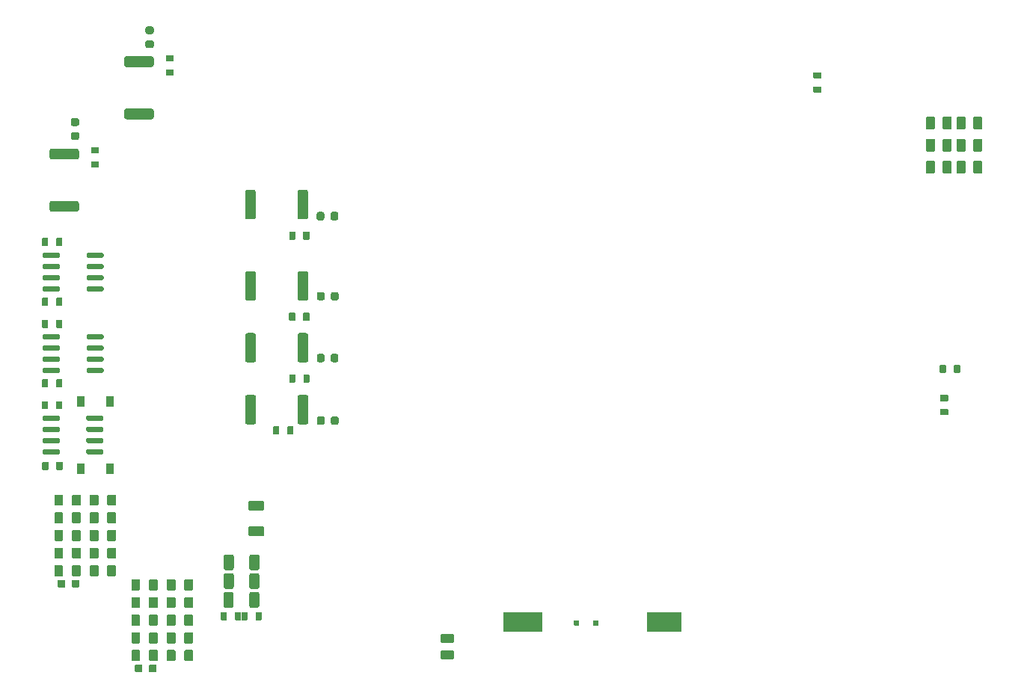
<source format=gbp>
G04 #@! TF.GenerationSoftware,KiCad,Pcbnew,8.0.8-8.0.8-0~ubuntu24.04.1*
G04 #@! TF.CreationDate,2025-02-06T06:50:32+00:00*
G04 #@! TF.ProjectId,MST01,4d535430-312e-46b6-9963-61645f706362,D*
G04 #@! TF.SameCoordinates,PX440a368PY8a86a58*
G04 #@! TF.FileFunction,Paste,Bot*
G04 #@! TF.FilePolarity,Positive*
%FSLAX46Y46*%
G04 Gerber Fmt 4.6, Leading zero omitted, Abs format (unit mm)*
G04 Created by KiCad (PCBNEW 8.0.8-8.0.8-0~ubuntu24.04.1) date 2025-02-06 06:50:32*
%MOMM*%
%LPD*%
G01*
G04 APERTURE LIST*
%ADD10R,4.399991X2.299995*%
%ADD11R,3.999992X2.299995*%
%ADD12O,0.000001X0.000001*%
G04 APERTURE END LIST*
G04 #@! TO.C,R40*
G36*
G01*
X103895022Y64270000D02*
X103895022Y63020000D01*
G75*
G02*
X103795022Y62920000I-100000J0D01*
G01*
X102995022Y62920000D01*
G75*
G02*
X102895022Y63020000I0J100000D01*
G01*
X102895022Y64270000D01*
G75*
G02*
X102995022Y64370000I100000J0D01*
G01*
X103795022Y64370000D01*
G75*
G02*
X103895022Y64270000I0J-100000D01*
G01*
G37*
G36*
G01*
X101995000Y64270000D02*
X101995000Y63020000D01*
G75*
G02*
X101895000Y62920000I-100000J0D01*
G01*
X101095000Y62920000D01*
G75*
G02*
X100995000Y63020000I0J100000D01*
G01*
X100995000Y64270000D01*
G75*
G02*
X101095000Y64370000I100000J0D01*
G01*
X101895000Y64370000D01*
G75*
G02*
X101995000Y64270000I0J-100000D01*
G01*
G37*
G04 #@! TD*
G04 #@! TO.C,C24*
G36*
G01*
X2709999Y11139993D02*
X2709999Y11819993D01*
G75*
G02*
X2794999Y11904993I85000J0D01*
G01*
X3474999Y11904993D01*
G75*
G02*
X3559999Y11819993I0J-85000D01*
G01*
X3559999Y11139993D01*
G75*
G02*
X3474999Y11054993I-85000J0D01*
G01*
X2794999Y11054993D01*
G75*
G02*
X2709999Y11139993I0J85000D01*
G01*
G37*
G36*
G01*
X4290001Y11139993D02*
X4290001Y11819993D01*
G75*
G02*
X4375001Y11904993I85000J0D01*
G01*
X5055001Y11904993D01*
G75*
G02*
X5140001Y11819993I0J-85000D01*
G01*
X5140001Y11139993D01*
G75*
G02*
X5055001Y11054993I-85000J0D01*
G01*
X4375001Y11054993D01*
G75*
G02*
X4290001Y11139993I0J85000D01*
G01*
G37*
G04 #@! TD*
G04 #@! TO.C,R39*
G36*
G01*
X103895022Y61770000D02*
X103895022Y60520000D01*
G75*
G02*
X103795022Y60420000I-100000J0D01*
G01*
X102995022Y60420000D01*
G75*
G02*
X102895022Y60520000I0J100000D01*
G01*
X102895022Y61770000D01*
G75*
G02*
X102995022Y61870000I100000J0D01*
G01*
X103795022Y61870000D01*
G75*
G02*
X103895022Y61770000I0J-100000D01*
G01*
G37*
G36*
G01*
X101995000Y61770000D02*
X101995000Y60520000D01*
G75*
G02*
X101895000Y60420000I-100000J0D01*
G01*
X101095000Y60420000D01*
G75*
G02*
X100995000Y60520000I0J100000D01*
G01*
X100995000Y61770000D01*
G75*
G02*
X101095000Y61870000I100000J0D01*
G01*
X101895000Y61870000D01*
G75*
G02*
X101995000Y61770000I0J-100000D01*
G01*
G37*
G04 #@! TD*
G04 #@! TO.C,C10*
G36*
G01*
X18035000Y11870000D02*
X18035000Y10820000D01*
G75*
G02*
X17935000Y10720000I-100000J0D01*
G01*
X17135000Y10720000D01*
G75*
G02*
X17035000Y10820000I0J100000D01*
G01*
X17035000Y11870000D01*
G75*
G02*
X17135000Y11970000I100000J0D01*
G01*
X17935000Y11970000D01*
G75*
G02*
X18035000Y11870000I0J-100000D01*
G01*
G37*
G36*
G01*
X16035000Y11870000D02*
X16035000Y10820000D01*
G75*
G02*
X15935000Y10720000I-100000J0D01*
G01*
X15135000Y10720000D01*
G75*
G02*
X15035000Y10820000I0J100000D01*
G01*
X15035000Y11870000D01*
G75*
G02*
X15135000Y11970000I100000J0D01*
G01*
X15935000Y11970000D01*
G75*
G02*
X16035000Y11870000I0J-100000D01*
G01*
G37*
G04 #@! TD*
G04 #@! TO.C,R19*
G36*
G01*
X31200000Y51300000D02*
X31200000Y50520000D01*
G75*
G02*
X31130000Y50450000I-70000J0D01*
G01*
X30570000Y50450000D01*
G75*
G02*
X30500000Y50520000I0J70000D01*
G01*
X30500000Y51300000D01*
G75*
G02*
X30570000Y51370000I70000J0D01*
G01*
X31130000Y51370000D01*
G75*
G02*
X31200000Y51300000I0J-70000D01*
G01*
G37*
G36*
G01*
X29600000Y51300000D02*
X29600000Y50520000D01*
G75*
G02*
X29530000Y50450000I-70000J0D01*
G01*
X28970000Y50450000D01*
G75*
G02*
X28900000Y50520000I0J70000D01*
G01*
X28900000Y51300000D01*
G75*
G02*
X28970000Y51370000I70000J0D01*
G01*
X29530000Y51370000D01*
G75*
G02*
X29600000Y51300000I0J-70000D01*
G01*
G37*
G04 #@! TD*
G04 #@! TO.C,D4*
G36*
G01*
X4860000Y24005000D02*
X4860000Y25025000D01*
G75*
G02*
X4950000Y25115000I90000J0D01*
G01*
X5670000Y25115000D01*
G75*
G02*
X5760000Y25025000I0J-90000D01*
G01*
X5760000Y24005000D01*
G75*
G02*
X5670000Y23915000I-90000J0D01*
G01*
X4950000Y23915000D01*
G75*
G02*
X4860000Y24005000I0J90000D01*
G01*
G37*
G36*
G01*
X8160000Y24005000D02*
X8160000Y25025000D01*
G75*
G02*
X8250000Y25115000I90000J0D01*
G01*
X8970000Y25115000D01*
G75*
G02*
X9060000Y25025000I0J-90000D01*
G01*
X9060000Y24005000D01*
G75*
G02*
X8970000Y23915000I-90000J0D01*
G01*
X8250000Y23915000D01*
G75*
G02*
X8160000Y24005000I0J90000D01*
G01*
G37*
G04 #@! TD*
D10*
G04 #@! TO.C,BT1*
X55355048Y7145000D03*
D11*
X71355067Y7145000D03*
G04 #@! TD*
G04 #@! TO.C,R23*
G36*
G01*
X31195000Y42095000D02*
X31195000Y41315000D01*
G75*
G02*
X31125000Y41245000I-70000J0D01*
G01*
X30565000Y41245000D01*
G75*
G02*
X30495000Y41315000I0J70000D01*
G01*
X30495000Y42095000D01*
G75*
G02*
X30565000Y42165000I70000J0D01*
G01*
X31125000Y42165000D01*
G75*
G02*
X31195000Y42095000I0J-70000D01*
G01*
G37*
G36*
G01*
X29595000Y42095000D02*
X29595000Y41315000D01*
G75*
G02*
X29525000Y41245000I-70000J0D01*
G01*
X28965000Y41245000D01*
G75*
G02*
X28895000Y41315000I0J70000D01*
G01*
X28895000Y42095000D01*
G75*
G02*
X28965000Y42165000I70000J0D01*
G01*
X29525000Y42165000D01*
G75*
G02*
X29595000Y42095000I0J-70000D01*
G01*
G37*
G04 #@! TD*
G04 #@! TO.C,R27*
G36*
G01*
X31075000Y39625000D02*
X31075000Y36775000D01*
G75*
G02*
X30825000Y36525000I-250000J0D01*
G01*
X30100000Y36525000D01*
G75*
G02*
X29850000Y36775000I0J250000D01*
G01*
X29850000Y39625000D01*
G75*
G02*
X30100000Y39875000I250000J0D01*
G01*
X30825000Y39875000D01*
G75*
G02*
X31075000Y39625000I0J-250000D01*
G01*
G37*
G36*
G01*
X25150000Y39625000D02*
X25150000Y36775000D01*
G75*
G02*
X24900000Y36525000I-250000J0D01*
G01*
X24175000Y36525000D01*
G75*
G02*
X23925000Y36775000I0J250000D01*
G01*
X23925000Y39625000D01*
G75*
G02*
X24175000Y39875000I250000J0D01*
G01*
X24900000Y39875000D01*
G75*
G02*
X25150000Y39625000I0J-250000D01*
G01*
G37*
G04 #@! TD*
G04 #@! TO.C,C7*
G36*
G01*
X18035000Y5870000D02*
X18035000Y4820000D01*
G75*
G02*
X17935000Y4720000I-100000J0D01*
G01*
X17135000Y4720000D01*
G75*
G02*
X17035000Y4820000I0J100000D01*
G01*
X17035000Y5870000D01*
G75*
G02*
X17135000Y5970000I100000J0D01*
G01*
X17935000Y5970000D01*
G75*
G02*
X18035000Y5870000I0J-100000D01*
G01*
G37*
G36*
G01*
X16035000Y5870000D02*
X16035000Y4820000D01*
G75*
G02*
X15935000Y4720000I-100000J0D01*
G01*
X15135000Y4720000D01*
G75*
G02*
X15035000Y4820000I0J100000D01*
G01*
X15035000Y5870000D01*
G75*
G02*
X15135000Y5970000I100000J0D01*
G01*
X15935000Y5970000D01*
G75*
G02*
X16035000Y5870000I0J-100000D01*
G01*
G37*
G04 #@! TD*
G04 #@! TO.C,F6*
G36*
G01*
X13363750Y72146250D02*
X12851250Y72146250D01*
G75*
G02*
X12632500Y72365000I0J218750D01*
G01*
X12632500Y72802500D01*
G75*
G02*
X12851250Y73021250I218750J0D01*
G01*
X13363750Y73021250D01*
G75*
G02*
X13582500Y72802500I0J-218750D01*
G01*
X13582500Y72365000D01*
G75*
G02*
X13363750Y72146250I-218750J0D01*
G01*
G37*
G36*
G01*
X13363750Y73721250D02*
X12851250Y73721250D01*
G75*
G02*
X12632500Y73940000I0J218750D01*
G01*
X12632500Y74377500D01*
G75*
G02*
X12851250Y74596250I218750J0D01*
G01*
X13363750Y74596250D01*
G75*
G02*
X13582500Y74377500I0J-218750D01*
G01*
X13582500Y73940000D01*
G75*
G02*
X13363750Y73721250I-218750J0D01*
G01*
G37*
G04 #@! TD*
G04 #@! TO.C,R34*
G36*
G01*
X935000Y49785000D02*
X935000Y50565000D01*
G75*
G02*
X1005000Y50635000I70000J0D01*
G01*
X1565000Y50635000D01*
G75*
G02*
X1635000Y50565000I0J-70000D01*
G01*
X1635000Y49785000D01*
G75*
G02*
X1565000Y49715000I-70000J0D01*
G01*
X1005000Y49715000D01*
G75*
G02*
X935000Y49785000I0J70000D01*
G01*
G37*
G36*
G01*
X2535000Y49785000D02*
X2535000Y50565000D01*
G75*
G02*
X2605000Y50635000I70000J0D01*
G01*
X3165000Y50635000D01*
G75*
G02*
X3235000Y50565000I0J-70000D01*
G01*
X3235000Y49785000D01*
G75*
G02*
X3165000Y49715000I-70000J0D01*
G01*
X2605000Y49715000D01*
G75*
G02*
X2535000Y49785000I0J70000D01*
G01*
G37*
G04 #@! TD*
G04 #@! TO.C,R1*
G36*
G01*
X102545000Y35405000D02*
X102545000Y36185000D01*
G75*
G02*
X102615000Y36255000I70000J0D01*
G01*
X103175000Y36255000D01*
G75*
G02*
X103245000Y36185000I0J-70000D01*
G01*
X103245000Y35405000D01*
G75*
G02*
X103175000Y35335000I-70000J0D01*
G01*
X102615000Y35335000D01*
G75*
G02*
X102545000Y35405000I0J70000D01*
G01*
G37*
G36*
G01*
X104145000Y35405000D02*
X104145000Y36185000D01*
G75*
G02*
X104215000Y36255000I70000J0D01*
G01*
X104775000Y36255000D01*
G75*
G02*
X104845000Y36185000I0J-70000D01*
G01*
X104845000Y35405000D01*
G75*
G02*
X104775000Y35335000I-70000J0D01*
G01*
X104215000Y35335000D01*
G75*
G02*
X104145000Y35405000I0J70000D01*
G01*
G37*
G04 #@! TD*
G04 #@! TO.C,F9*
G36*
G01*
X32035000Y36783750D02*
X32035000Y37296250D01*
G75*
G02*
X32253750Y37515000I218750J0D01*
G01*
X32691250Y37515000D01*
G75*
G02*
X32910000Y37296250I0J-218750D01*
G01*
X32910000Y36783750D01*
G75*
G02*
X32691250Y36565000I-218750J0D01*
G01*
X32253750Y36565000D01*
G75*
G02*
X32035000Y36783750I0J218750D01*
G01*
G37*
G36*
G01*
X33610000Y36783750D02*
X33610000Y37296250D01*
G75*
G02*
X33828750Y37515000I218750J0D01*
G01*
X34266250Y37515000D01*
G75*
G02*
X34485000Y37296250I0J-218750D01*
G01*
X34485000Y36783750D01*
G75*
G02*
X34266250Y36565000I-218750J0D01*
G01*
X33828750Y36565000D01*
G75*
G02*
X33610000Y36783750I0J218750D01*
G01*
G37*
G04 #@! TD*
G04 #@! TO.C,C17*
G36*
G01*
X2315000Y18415000D02*
X2315000Y19465000D01*
G75*
G02*
X2415000Y19565000I100000J0D01*
G01*
X3215000Y19565000D01*
G75*
G02*
X3315000Y19465000I0J-100000D01*
G01*
X3315000Y18415000D01*
G75*
G02*
X3215000Y18315000I-100000J0D01*
G01*
X2415000Y18315000D01*
G75*
G02*
X2315000Y18415000I0J100000D01*
G01*
G37*
G36*
G01*
X4315000Y18415000D02*
X4315000Y19465000D01*
G75*
G02*
X4415000Y19565000I100000J0D01*
G01*
X5215000Y19565000D01*
G75*
G02*
X5315000Y19465000I0J-100000D01*
G01*
X5315000Y18415000D01*
G75*
G02*
X5215000Y18315000I-100000J0D01*
G01*
X4415000Y18315000D01*
G75*
G02*
X4315000Y18415000I0J100000D01*
G01*
G37*
G04 #@! TD*
G04 #@! TO.C,C3*
G36*
G01*
X11035000Y6820000D02*
X11035000Y7870000D01*
G75*
G02*
X11135000Y7970000I100000J0D01*
G01*
X11935000Y7970000D01*
G75*
G02*
X12035000Y7870000I0J-100000D01*
G01*
X12035000Y6820000D01*
G75*
G02*
X11935000Y6720000I-100000J0D01*
G01*
X11135000Y6720000D01*
G75*
G02*
X11035000Y6820000I0J100000D01*
G01*
G37*
G36*
G01*
X13035000Y6820000D02*
X13035000Y7870000D01*
G75*
G02*
X13135000Y7970000I100000J0D01*
G01*
X13935000Y7970000D01*
G75*
G02*
X14035000Y7870000I0J-100000D01*
G01*
X14035000Y6820000D01*
G75*
G02*
X13935000Y6720000I-100000J0D01*
G01*
X13135000Y6720000D01*
G75*
G02*
X13035000Y6820000I0J100000D01*
G01*
G37*
G04 #@! TD*
G04 #@! TO.C,C23*
G36*
G01*
X9315000Y21465000D02*
X9315000Y20415000D01*
G75*
G02*
X9215000Y20315000I-100000J0D01*
G01*
X8415000Y20315000D01*
G75*
G02*
X8315000Y20415000I0J100000D01*
G01*
X8315000Y21465000D01*
G75*
G02*
X8415000Y21565000I100000J0D01*
G01*
X9215000Y21565000D01*
G75*
G02*
X9315000Y21465000I0J-100000D01*
G01*
G37*
G36*
G01*
X7315000Y21465000D02*
X7315000Y20415000D01*
G75*
G02*
X7215000Y20315000I-100000J0D01*
G01*
X6415000Y20315000D01*
G75*
G02*
X6315000Y20415000I0J100000D01*
G01*
X6315000Y21465000D01*
G75*
G02*
X6415000Y21565000I100000J0D01*
G01*
X7215000Y21565000D01*
G75*
G02*
X7315000Y21465000I0J-100000D01*
G01*
G37*
G04 #@! TD*
G04 #@! TO.C,C1*
G36*
G01*
X11035000Y2820000D02*
X11035000Y3870000D01*
G75*
G02*
X11135000Y3970000I100000J0D01*
G01*
X11935000Y3970000D01*
G75*
G02*
X12035000Y3870000I0J-100000D01*
G01*
X12035000Y2820000D01*
G75*
G02*
X11935000Y2720000I-100000J0D01*
G01*
X11135000Y2720000D01*
G75*
G02*
X11035000Y2820000I0J100000D01*
G01*
G37*
G36*
G01*
X13035000Y2820000D02*
X13035000Y3870000D01*
G75*
G02*
X13135000Y3970000I100000J0D01*
G01*
X13935000Y3970000D01*
G75*
G02*
X14035000Y3870000I0J-100000D01*
G01*
X14035000Y2820000D01*
G75*
G02*
X13935000Y2720000I-100000J0D01*
G01*
X13135000Y2720000D01*
G75*
G02*
X13035000Y2820000I0J100000D01*
G01*
G37*
G04 #@! TD*
G04 #@! TO.C,U11*
G36*
G01*
X1005000Y44700000D02*
X1005000Y45000000D01*
G75*
G02*
X1155000Y45150000I150000J0D01*
G01*
X2805000Y45150000D01*
G75*
G02*
X2955000Y45000000I0J-150000D01*
G01*
X2955000Y44700000D01*
G75*
G02*
X2805000Y44550000I-150000J0D01*
G01*
X1155000Y44550000D01*
G75*
G02*
X1005000Y44700000I0J150000D01*
G01*
G37*
G36*
G01*
X1005000Y45970000D02*
X1005000Y46270000D01*
G75*
G02*
X1155000Y46420000I150000J0D01*
G01*
X2805000Y46420000D01*
G75*
G02*
X2955000Y46270000I0J-150000D01*
G01*
X2955000Y45970000D01*
G75*
G02*
X2805000Y45820000I-150000J0D01*
G01*
X1155000Y45820000D01*
G75*
G02*
X1005000Y45970000I0J150000D01*
G01*
G37*
G36*
G01*
X1005000Y47240000D02*
X1005000Y47540000D01*
G75*
G02*
X1155000Y47690000I150000J0D01*
G01*
X2805000Y47690000D01*
G75*
G02*
X2955000Y47540000I0J-150000D01*
G01*
X2955000Y47240000D01*
G75*
G02*
X2805000Y47090000I-150000J0D01*
G01*
X1155000Y47090000D01*
G75*
G02*
X1005000Y47240000I0J150000D01*
G01*
G37*
G36*
G01*
X1005000Y48510000D02*
X1005000Y48810000D01*
G75*
G02*
X1155000Y48960000I150000J0D01*
G01*
X2805000Y48960000D01*
G75*
G02*
X2955000Y48810000I0J-150000D01*
G01*
X2955000Y48510000D01*
G75*
G02*
X2805000Y48360000I-150000J0D01*
G01*
X1155000Y48360000D01*
G75*
G02*
X1005000Y48510000I0J150000D01*
G01*
G37*
G36*
G01*
X5955000Y48510000D02*
X5955000Y48810000D01*
G75*
G02*
X6105000Y48960000I150000J0D01*
G01*
X7755000Y48960000D01*
G75*
G02*
X7905000Y48810000I0J-150000D01*
G01*
X7905000Y48510000D01*
G75*
G02*
X7755000Y48360000I-150000J0D01*
G01*
X6105000Y48360000D01*
G75*
G02*
X5955000Y48510000I0J150000D01*
G01*
G37*
G36*
G01*
X5955000Y47240000D02*
X5955000Y47540000D01*
G75*
G02*
X6105000Y47690000I150000J0D01*
G01*
X7755000Y47690000D01*
G75*
G02*
X7905000Y47540000I0J-150000D01*
G01*
X7905000Y47240000D01*
G75*
G02*
X7755000Y47090000I-150000J0D01*
G01*
X6105000Y47090000D01*
G75*
G02*
X5955000Y47240000I0J150000D01*
G01*
G37*
G36*
G01*
X5955000Y45970000D02*
X5955000Y46270000D01*
G75*
G02*
X6105000Y46420000I150000J0D01*
G01*
X7755000Y46420000D01*
G75*
G02*
X7905000Y46270000I0J-150000D01*
G01*
X7905000Y45970000D01*
G75*
G02*
X7755000Y45820000I-150000J0D01*
G01*
X6105000Y45820000D01*
G75*
G02*
X5955000Y45970000I0J150000D01*
G01*
G37*
G36*
G01*
X5955000Y44700000D02*
X5955000Y45000000D01*
G75*
G02*
X6105000Y45150000I150000J0D01*
G01*
X7755000Y45150000D01*
G75*
G02*
X7905000Y45000000I0J-150000D01*
G01*
X7905000Y44700000D01*
G75*
G02*
X7755000Y44550000I-150000J0D01*
G01*
X6105000Y44550000D01*
G75*
G02*
X5955000Y44700000I0J150000D01*
G01*
G37*
G04 #@! TD*
G04 #@! TO.C,F4*
G36*
G01*
X25300010Y8745000D02*
X24610010Y8745000D01*
G75*
G02*
X24380010Y8975000I0J230000D01*
G01*
X24380010Y10315000D01*
G75*
G02*
X24610010Y10545000I230000J0D01*
G01*
X25300010Y10545000D01*
G75*
G02*
X25530010Y10315000I0J-230000D01*
G01*
X25530010Y8975000D01*
G75*
G02*
X25300010Y8745000I-230000J0D01*
G01*
G37*
G36*
G01*
X22399990Y8745000D02*
X21709990Y8745000D01*
G75*
G02*
X21479990Y8975000I0J230000D01*
G01*
X21479990Y10315000D01*
G75*
G02*
X21709990Y10545000I230000J0D01*
G01*
X22399990Y10545000D01*
G75*
G02*
X22629990Y10315000I0J-230000D01*
G01*
X22629990Y8975000D01*
G75*
G02*
X22399990Y8745000I-230000J0D01*
G01*
G37*
G04 #@! TD*
G04 #@! TO.C,R37*
G36*
G01*
X107345022Y64270000D02*
X107345022Y63020000D01*
G75*
G02*
X107245022Y62920000I-100000J0D01*
G01*
X106445022Y62920000D01*
G75*
G02*
X106345022Y63020000I0J100000D01*
G01*
X106345022Y64270000D01*
G75*
G02*
X106445022Y64370000I100000J0D01*
G01*
X107245022Y64370000D01*
G75*
G02*
X107345022Y64270000I0J-100000D01*
G01*
G37*
G36*
G01*
X105445000Y64270000D02*
X105445000Y63020000D01*
G75*
G02*
X105345000Y62920000I-100000J0D01*
G01*
X104545000Y62920000D01*
G75*
G02*
X104445000Y63020000I0J100000D01*
G01*
X104445000Y64270000D01*
G75*
G02*
X104545000Y64370000I100000J0D01*
G01*
X105345000Y64370000D01*
G75*
G02*
X105445000Y64270000I0J-100000D01*
G01*
G37*
G04 #@! TD*
G04 #@! TO.C,R24*
G36*
G01*
X31210000Y35100000D02*
X31210000Y34320000D01*
G75*
G02*
X31140000Y34250000I-70000J0D01*
G01*
X30580000Y34250000D01*
G75*
G02*
X30510000Y34320000I0J70000D01*
G01*
X30510000Y35100000D01*
G75*
G02*
X30580000Y35170000I70000J0D01*
G01*
X31140000Y35170000D01*
G75*
G02*
X31210000Y35100000I0J-70000D01*
G01*
G37*
G36*
G01*
X29610000Y35100000D02*
X29610000Y34320000D01*
G75*
G02*
X29540000Y34250000I-70000J0D01*
G01*
X28980000Y34250000D01*
G75*
G02*
X28910000Y34320000I0J70000D01*
G01*
X28910000Y35100000D01*
G75*
G02*
X28980000Y35170000I70000J0D01*
G01*
X29540000Y35170000D01*
G75*
G02*
X29610000Y35100000I0J-70000D01*
G01*
G37*
G04 #@! TD*
G04 #@! TO.C,C11*
G36*
G01*
X11449999Y1545000D02*
X11449999Y2225000D01*
G75*
G02*
X11534999Y2310000I85000J0D01*
G01*
X12214999Y2310000D01*
G75*
G02*
X12299999Y2225000I0J-85000D01*
G01*
X12299999Y1545000D01*
G75*
G02*
X12214999Y1460000I-85000J0D01*
G01*
X11534999Y1460000D01*
G75*
G02*
X11449999Y1545000I0J85000D01*
G01*
G37*
G36*
G01*
X13030001Y1545000D02*
X13030001Y2225000D01*
G75*
G02*
X13115001Y2310000I85000J0D01*
G01*
X13795001Y2310000D01*
G75*
G02*
X13880001Y2225000I0J-85000D01*
G01*
X13880001Y1545000D01*
G75*
G02*
X13795001Y1460000I-85000J0D01*
G01*
X13115001Y1460000D01*
G75*
G02*
X13030001Y1545000I0J85000D01*
G01*
G37*
G04 #@! TD*
G04 #@! TO.C,C14*
G36*
G01*
X2315000Y12415000D02*
X2315000Y13465000D01*
G75*
G02*
X2415000Y13565000I100000J0D01*
G01*
X3215000Y13565000D01*
G75*
G02*
X3315000Y13465000I0J-100000D01*
G01*
X3315000Y12415000D01*
G75*
G02*
X3215000Y12315000I-100000J0D01*
G01*
X2415000Y12315000D01*
G75*
G02*
X2315000Y12415000I0J100000D01*
G01*
G37*
G36*
G01*
X4315000Y12415000D02*
X4315000Y13465000D01*
G75*
G02*
X4415000Y13565000I100000J0D01*
G01*
X5215000Y13565000D01*
G75*
G02*
X5315000Y13465000I0J-100000D01*
G01*
X5315000Y12415000D01*
G75*
G02*
X5215000Y12315000I-100000J0D01*
G01*
X4415000Y12315000D01*
G75*
G02*
X4315000Y12415000I0J100000D01*
G01*
G37*
G04 #@! TD*
G04 #@! TO.C,C19*
G36*
G01*
X9315000Y13465000D02*
X9315000Y12415000D01*
G75*
G02*
X9215000Y12315000I-100000J0D01*
G01*
X8415000Y12315000D01*
G75*
G02*
X8315000Y12415000I0J100000D01*
G01*
X8315000Y13465000D01*
G75*
G02*
X8415000Y13565000I100000J0D01*
G01*
X9215000Y13565000D01*
G75*
G02*
X9315000Y13465000I0J-100000D01*
G01*
G37*
G36*
G01*
X7315000Y13465000D02*
X7315000Y12415000D01*
G75*
G02*
X7215000Y12315000I-100000J0D01*
G01*
X6415000Y12315000D01*
G75*
G02*
X6315000Y12415000I0J100000D01*
G01*
X6315000Y13465000D01*
G75*
G02*
X6415000Y13565000I100000J0D01*
G01*
X7215000Y13565000D01*
G75*
G02*
X7315000Y13465000I0J-100000D01*
G01*
G37*
G04 #@! TD*
G04 #@! TO.C,R21*
G36*
G01*
X2015000Y60753750D02*
X4865000Y60753750D01*
G75*
G02*
X5115000Y60503750I0J-250000D01*
G01*
X5115000Y59778750D01*
G75*
G02*
X4865000Y59528750I-250000J0D01*
G01*
X2015000Y59528750D01*
G75*
G02*
X1765000Y59778750I0J250000D01*
G01*
X1765000Y60503750D01*
G75*
G02*
X2015000Y60753750I250000J0D01*
G01*
G37*
G36*
G01*
X2015000Y54828750D02*
X4865000Y54828750D01*
G75*
G02*
X5115000Y54578750I0J-250000D01*
G01*
X5115000Y53853750D01*
G75*
G02*
X4865000Y53603750I-250000J0D01*
G01*
X2015000Y53603750D01*
G75*
G02*
X1765000Y53853750I0J250000D01*
G01*
X1765000Y54578750D01*
G75*
G02*
X2015000Y54828750I250000J0D01*
G01*
G37*
G04 #@! TD*
G04 #@! TO.C,C4*
G36*
G01*
X11035000Y8820000D02*
X11035000Y9870000D01*
G75*
G02*
X11135000Y9970000I100000J0D01*
G01*
X11935000Y9970000D01*
G75*
G02*
X12035000Y9870000I0J-100000D01*
G01*
X12035000Y8820000D01*
G75*
G02*
X11935000Y8720000I-100000J0D01*
G01*
X11135000Y8720000D01*
G75*
G02*
X11035000Y8820000I0J100000D01*
G01*
G37*
G36*
G01*
X13035000Y8820000D02*
X13035000Y9870000D01*
G75*
G02*
X13135000Y9970000I100000J0D01*
G01*
X13935000Y9970000D01*
G75*
G02*
X14035000Y9870000I0J-100000D01*
G01*
X14035000Y8820000D01*
G75*
G02*
X13935000Y8720000I-100000J0D01*
G01*
X13135000Y8720000D01*
G75*
G02*
X13035000Y8820000I0J100000D01*
G01*
G37*
G04 #@! TD*
G04 #@! TO.C,F3*
G36*
G01*
X25310010Y10875000D02*
X24620010Y10875000D01*
G75*
G02*
X24390010Y11105000I0J230000D01*
G01*
X24390010Y12445000D01*
G75*
G02*
X24620010Y12675000I230000J0D01*
G01*
X25310010Y12675000D01*
G75*
G02*
X25540010Y12445000I0J-230000D01*
G01*
X25540010Y11105000D01*
G75*
G02*
X25310010Y10875000I-230000J0D01*
G01*
G37*
G36*
G01*
X22409990Y10875000D02*
X21719990Y10875000D01*
G75*
G02*
X21489990Y11105000I0J230000D01*
G01*
X21489990Y12445000D01*
G75*
G02*
X21719990Y12675000I230000J0D01*
G01*
X22409990Y12675000D01*
G75*
G02*
X22639990Y12445000I0J-230000D01*
G01*
X22639990Y11105000D01*
G75*
G02*
X22409990Y10875000I-230000J0D01*
G01*
G37*
G04 #@! TD*
G04 #@! TO.C,D1*
G36*
G01*
X63375000Y7345000D02*
X63855000Y7345000D01*
G75*
G02*
X63915000Y7285000I0J-60000D01*
G01*
X63915000Y6805000D01*
G75*
G02*
X63855000Y6745000I-60000J0D01*
G01*
X63375000Y6745000D01*
G75*
G02*
X63315000Y6805000I0J60000D01*
G01*
X63315000Y7285000D01*
G75*
G02*
X63375000Y7345000I60000J0D01*
G01*
G37*
G36*
G01*
X61175000Y7345000D02*
X61655000Y7345000D01*
G75*
G02*
X61715000Y7285000I0J-60000D01*
G01*
X61715000Y6805000D01*
G75*
G02*
X61655000Y6745000I-60000J0D01*
G01*
X61175000Y6745000D01*
G75*
G02*
X61115000Y6805000I0J60000D01*
G01*
X61115000Y7285000D01*
G75*
G02*
X61175000Y7345000I60000J0D01*
G01*
G37*
G04 #@! TD*
G04 #@! TO.C,F8*
G36*
G01*
X32050000Y43788750D02*
X32050000Y44301250D01*
G75*
G02*
X32268750Y44520000I218750J0D01*
G01*
X32706250Y44520000D01*
G75*
G02*
X32925000Y44301250I0J-218750D01*
G01*
X32925000Y43788750D01*
G75*
G02*
X32706250Y43570000I-218750J0D01*
G01*
X32268750Y43570000D01*
G75*
G02*
X32050000Y43788750I0J218750D01*
G01*
G37*
G36*
G01*
X33625000Y43788750D02*
X33625000Y44301250D01*
G75*
G02*
X33843750Y44520000I218750J0D01*
G01*
X34281250Y44520000D01*
G75*
G02*
X34500000Y44301250I0J-218750D01*
G01*
X34500000Y43788750D01*
G75*
G02*
X34281250Y43570000I-218750J0D01*
G01*
X33843750Y43570000D01*
G75*
G02*
X33625000Y43788750I0J218750D01*
G01*
G37*
G04 #@! TD*
G04 #@! TO.C,R33*
G36*
G01*
X935000Y43005000D02*
X935000Y43785000D01*
G75*
G02*
X1005000Y43855000I70000J0D01*
G01*
X1565000Y43855000D01*
G75*
G02*
X1635000Y43785000I0J-70000D01*
G01*
X1635000Y43005000D01*
G75*
G02*
X1565000Y42935000I-70000J0D01*
G01*
X1005000Y42935000D01*
G75*
G02*
X935000Y43005000I0J70000D01*
G01*
G37*
G36*
G01*
X2535000Y43005000D02*
X2535000Y43785000D01*
G75*
G02*
X2605000Y43855000I70000J0D01*
G01*
X3165000Y43855000D01*
G75*
G02*
X3235000Y43785000I0J-70000D01*
G01*
X3235000Y43005000D01*
G75*
G02*
X3165000Y42935000I-70000J0D01*
G01*
X2605000Y42935000D01*
G75*
G02*
X2535000Y43005000I0J70000D01*
G01*
G37*
G04 #@! TD*
G04 #@! TO.C,C21*
G36*
G01*
X9315000Y17465000D02*
X9315000Y16415000D01*
G75*
G02*
X9215000Y16315000I-100000J0D01*
G01*
X8415000Y16315000D01*
G75*
G02*
X8315000Y16415000I0J100000D01*
G01*
X8315000Y17465000D01*
G75*
G02*
X8415000Y17565000I100000J0D01*
G01*
X9215000Y17565000D01*
G75*
G02*
X9315000Y17465000I0J-100000D01*
G01*
G37*
G36*
G01*
X7315000Y17465000D02*
X7315000Y16415000D01*
G75*
G02*
X7215000Y16315000I-100000J0D01*
G01*
X6415000Y16315000D01*
G75*
G02*
X6315000Y16415000I0J100000D01*
G01*
X6315000Y17465000D01*
G75*
G02*
X6415000Y17565000I100000J0D01*
G01*
X7215000Y17565000D01*
G75*
G02*
X7315000Y17465000I0J-100000D01*
G01*
G37*
G04 #@! TD*
G04 #@! TO.C,R26*
G36*
G01*
X31060000Y46630000D02*
X31060000Y43780000D01*
G75*
G02*
X30810000Y43530000I-250000J0D01*
G01*
X30085000Y43530000D01*
G75*
G02*
X29835000Y43780000I0J250000D01*
G01*
X29835000Y46630000D01*
G75*
G02*
X30085000Y46880000I250000J0D01*
G01*
X30810000Y46880000D01*
G75*
G02*
X31060000Y46630000I0J-250000D01*
G01*
G37*
G36*
G01*
X25135000Y46630000D02*
X25135000Y43780000D01*
G75*
G02*
X24885000Y43530000I-250000J0D01*
G01*
X24160000Y43530000D01*
G75*
G02*
X23910000Y43780000I0J250000D01*
G01*
X23910000Y46630000D01*
G75*
G02*
X24160000Y46880000I250000J0D01*
G01*
X24885000Y46880000D01*
G75*
G02*
X25135000Y46630000I0J-250000D01*
G01*
G37*
G04 #@! TD*
D12*
G04 #@! TO.C,M7*
X93629998Y69982503D03*
G04 #@! TD*
G04 #@! TO.C,U9*
G36*
G01*
X1005000Y35480000D02*
X1005000Y35780000D01*
G75*
G02*
X1155000Y35930000I150000J0D01*
G01*
X2805000Y35930000D01*
G75*
G02*
X2955000Y35780000I0J-150000D01*
G01*
X2955000Y35480000D01*
G75*
G02*
X2805000Y35330000I-150000J0D01*
G01*
X1155000Y35330000D01*
G75*
G02*
X1005000Y35480000I0J150000D01*
G01*
G37*
G36*
G01*
X1005000Y36750000D02*
X1005000Y37050000D01*
G75*
G02*
X1155000Y37200000I150000J0D01*
G01*
X2805000Y37200000D01*
G75*
G02*
X2955000Y37050000I0J-150000D01*
G01*
X2955000Y36750000D01*
G75*
G02*
X2805000Y36600000I-150000J0D01*
G01*
X1155000Y36600000D01*
G75*
G02*
X1005000Y36750000I0J150000D01*
G01*
G37*
G36*
G01*
X1005000Y38020000D02*
X1005000Y38320000D01*
G75*
G02*
X1155000Y38470000I150000J0D01*
G01*
X2805000Y38470000D01*
G75*
G02*
X2955000Y38320000I0J-150000D01*
G01*
X2955000Y38020000D01*
G75*
G02*
X2805000Y37870000I-150000J0D01*
G01*
X1155000Y37870000D01*
G75*
G02*
X1005000Y38020000I0J150000D01*
G01*
G37*
G36*
G01*
X1005000Y39290000D02*
X1005000Y39590000D01*
G75*
G02*
X1155000Y39740000I150000J0D01*
G01*
X2805000Y39740000D01*
G75*
G02*
X2955000Y39590000I0J-150000D01*
G01*
X2955000Y39290000D01*
G75*
G02*
X2805000Y39140000I-150000J0D01*
G01*
X1155000Y39140000D01*
G75*
G02*
X1005000Y39290000I0J150000D01*
G01*
G37*
G36*
G01*
X5955000Y39290000D02*
X5955000Y39590000D01*
G75*
G02*
X6105000Y39740000I150000J0D01*
G01*
X7755000Y39740000D01*
G75*
G02*
X7905000Y39590000I0J-150000D01*
G01*
X7905000Y39290000D01*
G75*
G02*
X7755000Y39140000I-150000J0D01*
G01*
X6105000Y39140000D01*
G75*
G02*
X5955000Y39290000I0J150000D01*
G01*
G37*
G36*
G01*
X5955000Y38020000D02*
X5955000Y38320000D01*
G75*
G02*
X6105000Y38470000I150000J0D01*
G01*
X7755000Y38470000D01*
G75*
G02*
X7905000Y38320000I0J-150000D01*
G01*
X7905000Y38020000D01*
G75*
G02*
X7755000Y37870000I-150000J0D01*
G01*
X6105000Y37870000D01*
G75*
G02*
X5955000Y38020000I0J150000D01*
G01*
G37*
G36*
G01*
X5955000Y36750000D02*
X5955000Y37050000D01*
G75*
G02*
X6105000Y37200000I150000J0D01*
G01*
X7755000Y37200000D01*
G75*
G02*
X7905000Y37050000I0J-150000D01*
G01*
X7905000Y36750000D01*
G75*
G02*
X7755000Y36600000I-150000J0D01*
G01*
X6105000Y36600000D01*
G75*
G02*
X5955000Y36750000I0J150000D01*
G01*
G37*
G36*
G01*
X5955000Y35480000D02*
X5955000Y35780000D01*
G75*
G02*
X6105000Y35930000I150000J0D01*
G01*
X7755000Y35930000D01*
G75*
G02*
X7905000Y35780000I0J-150000D01*
G01*
X7905000Y35480000D01*
G75*
G02*
X7755000Y35330000I-150000J0D01*
G01*
X6105000Y35330000D01*
G75*
G02*
X5955000Y35480000I0J150000D01*
G01*
G37*
G04 #@! TD*
G04 #@! TO.C,R30*
G36*
G01*
X935000Y40525000D02*
X935000Y41305000D01*
G75*
G02*
X1005000Y41375000I70000J0D01*
G01*
X1565000Y41375000D01*
G75*
G02*
X1635000Y41305000I0J-70000D01*
G01*
X1635000Y40525000D01*
G75*
G02*
X1565000Y40455000I-70000J0D01*
G01*
X1005000Y40455000D01*
G75*
G02*
X935000Y40525000I0J70000D01*
G01*
G37*
G36*
G01*
X2535000Y40525000D02*
X2535000Y41305000D01*
G75*
G02*
X2605000Y41375000I70000J0D01*
G01*
X3165000Y41375000D01*
G75*
G02*
X3235000Y41305000I0J-70000D01*
G01*
X3235000Y40525000D01*
G75*
G02*
X3165000Y40455000I-70000J0D01*
G01*
X2605000Y40455000D01*
G75*
G02*
X2535000Y40525000I0J70000D01*
G01*
G37*
G04 #@! TD*
G04 #@! TO.C,C16*
G36*
G01*
X2315000Y16415000D02*
X2315000Y17465000D01*
G75*
G02*
X2415000Y17565000I100000J0D01*
G01*
X3215000Y17565000D01*
G75*
G02*
X3315000Y17465000I0J-100000D01*
G01*
X3315000Y16415000D01*
G75*
G02*
X3215000Y16315000I-100000J0D01*
G01*
X2415000Y16315000D01*
G75*
G02*
X2315000Y16415000I0J100000D01*
G01*
G37*
G36*
G01*
X4315000Y16415000D02*
X4315000Y17465000D01*
G75*
G02*
X4415000Y17565000I100000J0D01*
G01*
X5215000Y17565000D01*
G75*
G02*
X5315000Y17465000I0J-100000D01*
G01*
X5315000Y16415000D01*
G75*
G02*
X5215000Y16315000I-100000J0D01*
G01*
X4415000Y16315000D01*
G75*
G02*
X4315000Y16415000I0J100000D01*
G01*
G37*
G04 #@! TD*
G04 #@! TO.C,C22*
G36*
G01*
X9315000Y19465000D02*
X9315000Y18415000D01*
G75*
G02*
X9215000Y18315000I-100000J0D01*
G01*
X8415000Y18315000D01*
G75*
G02*
X8315000Y18415000I0J100000D01*
G01*
X8315000Y19465000D01*
G75*
G02*
X8415000Y19565000I100000J0D01*
G01*
X9215000Y19565000D01*
G75*
G02*
X9315000Y19465000I0J-100000D01*
G01*
G37*
G36*
G01*
X7315000Y19465000D02*
X7315000Y18415000D01*
G75*
G02*
X7215000Y18315000I-100000J0D01*
G01*
X6415000Y18315000D01*
G75*
G02*
X6315000Y18415000I0J100000D01*
G01*
X6315000Y19465000D01*
G75*
G02*
X6415000Y19565000I100000J0D01*
G01*
X7215000Y19565000D01*
G75*
G02*
X7315000Y19465000I0J-100000D01*
G01*
G37*
G04 #@! TD*
G04 #@! TO.C,R3*
G36*
G01*
X21165000Y7395000D02*
X21165000Y8175000D01*
G75*
G02*
X21235000Y8245000I70000J0D01*
G01*
X21795000Y8245000D01*
G75*
G02*
X21865000Y8175000I0J-70000D01*
G01*
X21865000Y7395000D01*
G75*
G02*
X21795000Y7325000I-70000J0D01*
G01*
X21235000Y7325000D01*
G75*
G02*
X21165000Y7395000I0J70000D01*
G01*
G37*
G36*
G01*
X22765000Y7395000D02*
X22765000Y8175000D01*
G75*
G02*
X22835000Y8245000I70000J0D01*
G01*
X23395000Y8245000D01*
G75*
G02*
X23465000Y8175000I0J-70000D01*
G01*
X23465000Y7395000D01*
G75*
G02*
X23395000Y7325000I-70000J0D01*
G01*
X22835000Y7325000D01*
G75*
G02*
X22765000Y7395000I0J70000D01*
G01*
G37*
G04 #@! TD*
G04 #@! TO.C,R35*
G36*
G01*
X107345022Y59270000D02*
X107345022Y58020000D01*
G75*
G02*
X107245022Y57920000I-100000J0D01*
G01*
X106445022Y57920000D01*
G75*
G02*
X106345022Y58020000I0J100000D01*
G01*
X106345022Y59270000D01*
G75*
G02*
X106445022Y59370000I100000J0D01*
G01*
X107245022Y59370000D01*
G75*
G02*
X107345022Y59270000I0J-100000D01*
G01*
G37*
G36*
G01*
X105445000Y59270000D02*
X105445000Y58020000D01*
G75*
G02*
X105345000Y57920000I-100000J0D01*
G01*
X104545000Y57920000D01*
G75*
G02*
X104445000Y58020000I0J100000D01*
G01*
X104445000Y59270000D01*
G75*
G02*
X104545000Y59370000I100000J0D01*
G01*
X105345000Y59370000D01*
G75*
G02*
X105445000Y59270000I0J-100000D01*
G01*
G37*
G04 #@! TD*
G04 #@! TO.C,R13*
G36*
G01*
X935000Y31305000D02*
X935000Y32085000D01*
G75*
G02*
X1005000Y32155000I70000J0D01*
G01*
X1565000Y32155000D01*
G75*
G02*
X1635000Y32085000I0J-70000D01*
G01*
X1635000Y31305000D01*
G75*
G02*
X1565000Y31235000I-70000J0D01*
G01*
X1005000Y31235000D01*
G75*
G02*
X935000Y31305000I0J70000D01*
G01*
G37*
G36*
G01*
X2535000Y31305000D02*
X2535000Y32085000D01*
G75*
G02*
X2605000Y32155000I70000J0D01*
G01*
X3165000Y32155000D01*
G75*
G02*
X3235000Y32085000I0J-70000D01*
G01*
X3235000Y31305000D01*
G75*
G02*
X3165000Y31235000I-70000J0D01*
G01*
X2605000Y31235000D01*
G75*
G02*
X2535000Y31305000I0J70000D01*
G01*
G37*
G04 #@! TD*
G04 #@! TO.C,F1*
G36*
G01*
X24285000Y17069990D02*
X24285000Y17759990D01*
G75*
G02*
X24515000Y17989990I230000J0D01*
G01*
X25855000Y17989990D01*
G75*
G02*
X26085000Y17759990I0J-230000D01*
G01*
X26085000Y17069990D01*
G75*
G02*
X25855000Y16839990I-230000J0D01*
G01*
X24515000Y16839990D01*
G75*
G02*
X24285000Y17069990I0J230000D01*
G01*
G37*
G36*
G01*
X24285000Y19970010D02*
X24285000Y20660010D01*
G75*
G02*
X24515000Y20890010I230000J0D01*
G01*
X25855000Y20890010D01*
G75*
G02*
X26085000Y20660010I0J-230000D01*
G01*
X26085000Y19970010D01*
G75*
G02*
X25855000Y19740010I-230000J0D01*
G01*
X24515000Y19740010D01*
G75*
G02*
X24285000Y19970010I0J230000D01*
G01*
G37*
G04 #@! TD*
G04 #@! TO.C,R17*
G36*
G01*
X15007500Y71321250D02*
X15787500Y71321250D01*
G75*
G02*
X15857500Y71251250I0J-70000D01*
G01*
X15857500Y70691250D01*
G75*
G02*
X15787500Y70621250I-70000J0D01*
G01*
X15007500Y70621250D01*
G75*
G02*
X14937500Y70691250I0J70000D01*
G01*
X14937500Y71251250D01*
G75*
G02*
X15007500Y71321250I70000J0D01*
G01*
G37*
G36*
G01*
X15007500Y69721250D02*
X15787500Y69721250D01*
G75*
G02*
X15857500Y69651250I0J-70000D01*
G01*
X15857500Y69091250D01*
G75*
G02*
X15787500Y69021250I-70000J0D01*
G01*
X15007500Y69021250D01*
G75*
G02*
X14937500Y69091250I0J70000D01*
G01*
X14937500Y69651250D01*
G75*
G02*
X15007500Y69721250I70000J0D01*
G01*
G37*
G04 #@! TD*
G04 #@! TO.C,R4*
G36*
G01*
X47430000Y2904999D02*
X46180000Y2904999D01*
G75*
G02*
X46080000Y3004999I0J100000D01*
G01*
X46080000Y3804999D01*
G75*
G02*
X46180000Y3904999I100000J0D01*
G01*
X47430000Y3904999D01*
G75*
G02*
X47530000Y3804999I0J-100000D01*
G01*
X47530000Y3004999D01*
G75*
G02*
X47430000Y2904999I-100000J0D01*
G01*
G37*
G36*
G01*
X47430000Y4805021D02*
X46180000Y4805021D01*
G75*
G02*
X46080000Y4905021I0J100000D01*
G01*
X46080000Y5705021D01*
G75*
G02*
X46180000Y5805021I100000J0D01*
G01*
X47430000Y5805021D01*
G75*
G02*
X47530000Y5705021I0J-100000D01*
G01*
X47530000Y4905021D01*
G75*
G02*
X47430000Y4805021I-100000J0D01*
G01*
G37*
G04 #@! TD*
G04 #@! TO.C,R38*
G36*
G01*
X103895022Y59270000D02*
X103895022Y58020000D01*
G75*
G02*
X103795022Y57920000I-100000J0D01*
G01*
X102995022Y57920000D01*
G75*
G02*
X102895022Y58020000I0J100000D01*
G01*
X102895022Y59270000D01*
G75*
G02*
X102995022Y59370000I100000J0D01*
G01*
X103795022Y59370000D01*
G75*
G02*
X103895022Y59270000I0J-100000D01*
G01*
G37*
G36*
G01*
X101995000Y59270000D02*
X101995000Y58020000D01*
G75*
G02*
X101895000Y57920000I-100000J0D01*
G01*
X101095000Y57920000D01*
G75*
G02*
X100995000Y58020000I0J100000D01*
G01*
X100995000Y59270000D01*
G75*
G02*
X101095000Y59370000I100000J0D01*
G01*
X101895000Y59370000D01*
G75*
G02*
X101995000Y59270000I0J-100000D01*
G01*
G37*
G04 #@! TD*
G04 #@! TO.C,F7*
G36*
G01*
X32015000Y52853750D02*
X32015000Y53366250D01*
G75*
G02*
X32233750Y53585000I218750J0D01*
G01*
X32671250Y53585000D01*
G75*
G02*
X32890000Y53366250I0J-218750D01*
G01*
X32890000Y52853750D01*
G75*
G02*
X32671250Y52635000I-218750J0D01*
G01*
X32233750Y52635000D01*
G75*
G02*
X32015000Y52853750I0J218750D01*
G01*
G37*
G36*
G01*
X33590000Y52853750D02*
X33590000Y53366250D01*
G75*
G02*
X33808750Y53585000I218750J0D01*
G01*
X34246250Y53585000D01*
G75*
G02*
X34465000Y53366250I0J-218750D01*
G01*
X34465000Y52853750D01*
G75*
G02*
X34246250Y52635000I-218750J0D01*
G01*
X33808750Y52635000D01*
G75*
G02*
X33590000Y52853750I0J218750D01*
G01*
G37*
G04 #@! TD*
G04 #@! TO.C,R36*
G36*
G01*
X107345022Y61770000D02*
X107345022Y60520000D01*
G75*
G02*
X107245022Y60420000I-100000J0D01*
G01*
X106445022Y60420000D01*
G75*
G02*
X106345022Y60520000I0J100000D01*
G01*
X106345022Y61770000D01*
G75*
G02*
X106445022Y61870000I100000J0D01*
G01*
X107245022Y61870000D01*
G75*
G02*
X107345022Y61770000I0J-100000D01*
G01*
G37*
G36*
G01*
X105445000Y61770000D02*
X105445000Y60520000D01*
G75*
G02*
X105345000Y60420000I-100000J0D01*
G01*
X104545000Y60420000D01*
G75*
G02*
X104445000Y60520000I0J100000D01*
G01*
X104445000Y61770000D01*
G75*
G02*
X104545000Y61870000I100000J0D01*
G01*
X105345000Y61870000D01*
G75*
G02*
X105445000Y61770000I0J-100000D01*
G01*
G37*
G04 #@! TD*
G04 #@! TO.C,C5*
G36*
G01*
X11035000Y10820000D02*
X11035000Y11870000D01*
G75*
G02*
X11135000Y11970000I100000J0D01*
G01*
X11935000Y11970000D01*
G75*
G02*
X12035000Y11870000I0J-100000D01*
G01*
X12035000Y10820000D01*
G75*
G02*
X11935000Y10720000I-100000J0D01*
G01*
X11135000Y10720000D01*
G75*
G02*
X11035000Y10820000I0J100000D01*
G01*
G37*
G36*
G01*
X13035000Y10820000D02*
X13035000Y11870000D01*
G75*
G02*
X13135000Y11970000I100000J0D01*
G01*
X13935000Y11970000D01*
G75*
G02*
X14035000Y11870000I0J-100000D01*
G01*
X14035000Y10820000D01*
G75*
G02*
X13935000Y10720000I-100000J0D01*
G01*
X13135000Y10720000D01*
G75*
G02*
X13035000Y10820000I0J100000D01*
G01*
G37*
G04 #@! TD*
G04 #@! TO.C,F5*
G36*
G01*
X4918750Y61743750D02*
X4406250Y61743750D01*
G75*
G02*
X4187500Y61962500I0J218750D01*
G01*
X4187500Y62400000D01*
G75*
G02*
X4406250Y62618750I218750J0D01*
G01*
X4918750Y62618750D01*
G75*
G02*
X5137500Y62400000I0J-218750D01*
G01*
X5137500Y61962500D01*
G75*
G02*
X4918750Y61743750I-218750J0D01*
G01*
G37*
G36*
G01*
X4918750Y63318750D02*
X4406250Y63318750D01*
G75*
G02*
X4187500Y63537500I0J218750D01*
G01*
X4187500Y63975000D01*
G75*
G02*
X4406250Y64193750I218750J0D01*
G01*
X4918750Y64193750D01*
G75*
G02*
X5137500Y63975000I0J-218750D01*
G01*
X5137500Y63537500D01*
G75*
G02*
X4918750Y63318750I-218750J0D01*
G01*
G37*
G04 #@! TD*
G04 #@! TO.C,R29*
G36*
G01*
X935000Y33775000D02*
X935000Y34555000D01*
G75*
G02*
X1005000Y34625000I70000J0D01*
G01*
X1565000Y34625000D01*
G75*
G02*
X1635000Y34555000I0J-70000D01*
G01*
X1635000Y33775000D01*
G75*
G02*
X1565000Y33705000I-70000J0D01*
G01*
X1005000Y33705000D01*
G75*
G02*
X935000Y33775000I0J70000D01*
G01*
G37*
G36*
G01*
X2535000Y33775000D02*
X2535000Y34555000D01*
G75*
G02*
X2605000Y34625000I70000J0D01*
G01*
X3165000Y34625000D01*
G75*
G02*
X3235000Y34555000I0J-70000D01*
G01*
X3235000Y33775000D01*
G75*
G02*
X3165000Y33705000I-70000J0D01*
G01*
X2605000Y33705000D01*
G75*
G02*
X2535000Y33775000I0J70000D01*
G01*
G37*
G04 #@! TD*
G04 #@! TO.C,R18*
G36*
G01*
X6540000Y60928750D02*
X7320000Y60928750D01*
G75*
G02*
X7390000Y60858750I0J-70000D01*
G01*
X7390000Y60298750D01*
G75*
G02*
X7320000Y60228750I-70000J0D01*
G01*
X6540000Y60228750D01*
G75*
G02*
X6470000Y60298750I0J70000D01*
G01*
X6470000Y60858750D01*
G75*
G02*
X6540000Y60928750I70000J0D01*
G01*
G37*
G36*
G01*
X6540000Y59328750D02*
X7320000Y59328750D01*
G75*
G02*
X7390000Y59258750I0J-70000D01*
G01*
X7390000Y58698750D01*
G75*
G02*
X7320000Y58628750I-70000J0D01*
G01*
X6540000Y58628750D01*
G75*
G02*
X6470000Y58698750I0J70000D01*
G01*
X6470000Y59258750D01*
G75*
G02*
X6540000Y59328750I70000J0D01*
G01*
G37*
G04 #@! TD*
G04 #@! TO.C,C15*
G36*
G01*
X2315000Y14415000D02*
X2315000Y15465000D01*
G75*
G02*
X2415000Y15565000I100000J0D01*
G01*
X3215000Y15565000D01*
G75*
G02*
X3315000Y15465000I0J-100000D01*
G01*
X3315000Y14415000D01*
G75*
G02*
X3215000Y14315000I-100000J0D01*
G01*
X2415000Y14315000D01*
G75*
G02*
X2315000Y14415000I0J100000D01*
G01*
G37*
G36*
G01*
X4315000Y14415000D02*
X4315000Y15465000D01*
G75*
G02*
X4415000Y15565000I100000J0D01*
G01*
X5215000Y15565000D01*
G75*
G02*
X5315000Y15465000I0J-100000D01*
G01*
X5315000Y14415000D01*
G75*
G02*
X5215000Y14315000I-100000J0D01*
G01*
X4415000Y14315000D01*
G75*
G02*
X4315000Y14415000I0J100000D01*
G01*
G37*
G04 #@! TD*
G04 #@! TO.C,R20*
G36*
G01*
X10482500Y71216250D02*
X13332500Y71216250D01*
G75*
G02*
X13582500Y70966250I0J-250000D01*
G01*
X13582500Y70241250D01*
G75*
G02*
X13332500Y69991250I-250000J0D01*
G01*
X10482500Y69991250D01*
G75*
G02*
X10232500Y70241250I0J250000D01*
G01*
X10232500Y70966250D01*
G75*
G02*
X10482500Y71216250I250000J0D01*
G01*
G37*
G36*
G01*
X10482500Y65291250D02*
X13332500Y65291250D01*
G75*
G02*
X13582500Y65041250I0J-250000D01*
G01*
X13582500Y64316250D01*
G75*
G02*
X13332500Y64066250I-250000J0D01*
G01*
X10482500Y64066250D01*
G75*
G02*
X10232500Y64316250I0J250000D01*
G01*
X10232500Y65041250D01*
G75*
G02*
X10482500Y65291250I250000J0D01*
G01*
G37*
G04 #@! TD*
G04 #@! TO.C,C8*
G36*
G01*
X18035000Y7870000D02*
X18035000Y6820000D01*
G75*
G02*
X17935000Y6720000I-100000J0D01*
G01*
X17135000Y6720000D01*
G75*
G02*
X17035000Y6820000I0J100000D01*
G01*
X17035000Y7870000D01*
G75*
G02*
X17135000Y7970000I100000J0D01*
G01*
X17935000Y7970000D01*
G75*
G02*
X18035000Y7870000I0J-100000D01*
G01*
G37*
G36*
G01*
X16035000Y7870000D02*
X16035000Y6820000D01*
G75*
G02*
X15935000Y6720000I-100000J0D01*
G01*
X15135000Y6720000D01*
G75*
G02*
X15035000Y6820000I0J100000D01*
G01*
X15035000Y7870000D01*
G75*
G02*
X15135000Y7970000I100000J0D01*
G01*
X15935000Y7970000D01*
G75*
G02*
X16035000Y7870000I0J-100000D01*
G01*
G37*
G04 #@! TD*
G04 #@! TO.C,R22*
G36*
G01*
X31055000Y55845000D02*
X31055000Y52995000D01*
G75*
G02*
X30805000Y52745000I-250000J0D01*
G01*
X30080000Y52745000D01*
G75*
G02*
X29830000Y52995000I0J250000D01*
G01*
X29830000Y55845000D01*
G75*
G02*
X30080000Y56095000I250000J0D01*
G01*
X30805000Y56095000D01*
G75*
G02*
X31055000Y55845000I0J-250000D01*
G01*
G37*
G36*
G01*
X25130000Y55845000D02*
X25130000Y52995000D01*
G75*
G02*
X24880000Y52745000I-250000J0D01*
G01*
X24155000Y52745000D01*
G75*
G02*
X23905000Y52995000I0J250000D01*
G01*
X23905000Y55845000D01*
G75*
G02*
X24155000Y56095000I250000J0D01*
G01*
X24880000Y56095000D01*
G75*
G02*
X25130000Y55845000I0J-250000D01*
G01*
G37*
G04 #@! TD*
G04 #@! TO.C,C9*
G36*
G01*
X18035000Y9870000D02*
X18035000Y8820000D01*
G75*
G02*
X17935000Y8720000I-100000J0D01*
G01*
X17135000Y8720000D01*
G75*
G02*
X17035000Y8820000I0J100000D01*
G01*
X17035000Y9870000D01*
G75*
G02*
X17135000Y9970000I100000J0D01*
G01*
X17935000Y9970000D01*
G75*
G02*
X18035000Y9870000I0J-100000D01*
G01*
G37*
G36*
G01*
X16035000Y9870000D02*
X16035000Y8820000D01*
G75*
G02*
X15935000Y8720000I-100000J0D01*
G01*
X15135000Y8720000D01*
G75*
G02*
X15035000Y8820000I0J100000D01*
G01*
X15035000Y9870000D01*
G75*
G02*
X15135000Y9970000I100000J0D01*
G01*
X15935000Y9970000D01*
G75*
G02*
X16035000Y9870000I0J-100000D01*
G01*
G37*
G04 #@! TD*
G04 #@! TO.C,C6*
G36*
G01*
X18035000Y3870000D02*
X18035000Y2820000D01*
G75*
G02*
X17935000Y2720000I-100000J0D01*
G01*
X17135000Y2720000D01*
G75*
G02*
X17035000Y2820000I0J100000D01*
G01*
X17035000Y3870000D01*
G75*
G02*
X17135000Y3970000I100000J0D01*
G01*
X17935000Y3970000D01*
G75*
G02*
X18035000Y3870000I0J-100000D01*
G01*
G37*
G36*
G01*
X16035000Y3870000D02*
X16035000Y2820000D01*
G75*
G02*
X15935000Y2720000I-100000J0D01*
G01*
X15135000Y2720000D01*
G75*
G02*
X15035000Y2820000I0J100000D01*
G01*
X15035000Y3870000D01*
G75*
G02*
X15135000Y3970000I100000J0D01*
G01*
X15935000Y3970000D01*
G75*
G02*
X16035000Y3870000I0J-100000D01*
G01*
G37*
G04 #@! TD*
G04 #@! TO.C,F2*
G36*
G01*
X21719990Y14805000D02*
X22409990Y14805000D01*
G75*
G02*
X22639990Y14575000I0J-230000D01*
G01*
X22639990Y13235000D01*
G75*
G02*
X22409990Y13005000I-230000J0D01*
G01*
X21719990Y13005000D01*
G75*
G02*
X21489990Y13235000I0J230000D01*
G01*
X21489990Y14575000D01*
G75*
G02*
X21719990Y14805000I230000J0D01*
G01*
G37*
G36*
G01*
X24620010Y14805000D02*
X25310010Y14805000D01*
G75*
G02*
X25540010Y14575000I0J-230000D01*
G01*
X25540010Y13235000D01*
G75*
G02*
X25310010Y13005000I-230000J0D01*
G01*
X24620010Y13005000D01*
G75*
G02*
X24390010Y13235000I0J230000D01*
G01*
X24390010Y14575000D01*
G75*
G02*
X24620010Y14805000I230000J0D01*
G01*
G37*
G04 #@! TD*
G04 #@! TO.C,D5*
G36*
G01*
X4855000Y31615000D02*
X4855000Y32635000D01*
G75*
G02*
X4945000Y32725000I90000J0D01*
G01*
X5665000Y32725000D01*
G75*
G02*
X5755000Y32635000I0J-90000D01*
G01*
X5755000Y31615000D01*
G75*
G02*
X5665000Y31525000I-90000J0D01*
G01*
X4945000Y31525000D01*
G75*
G02*
X4855000Y31615000I0J90000D01*
G01*
G37*
G36*
G01*
X8155000Y31615000D02*
X8155000Y32635000D01*
G75*
G02*
X8245000Y32725000I90000J0D01*
G01*
X8965000Y32725000D01*
G75*
G02*
X9055000Y32635000I0J-90000D01*
G01*
X9055000Y31615000D01*
G75*
G02*
X8965000Y31525000I-90000J0D01*
G01*
X8245000Y31525000D01*
G75*
G02*
X8155000Y31615000I0J90000D01*
G01*
G37*
G04 #@! TD*
G04 #@! TO.C,C2*
G36*
G01*
X11035000Y4820000D02*
X11035000Y5870000D01*
G75*
G02*
X11135000Y5970000I100000J0D01*
G01*
X11935000Y5970000D01*
G75*
G02*
X12035000Y5870000I0J-100000D01*
G01*
X12035000Y4820000D01*
G75*
G02*
X11935000Y4720000I-100000J0D01*
G01*
X11135000Y4720000D01*
G75*
G02*
X11035000Y4820000I0J100000D01*
G01*
G37*
G36*
G01*
X13035000Y4820000D02*
X13035000Y5870000D01*
G75*
G02*
X13135000Y5970000I100000J0D01*
G01*
X13935000Y5970000D01*
G75*
G02*
X14035000Y5870000I0J-100000D01*
G01*
X14035000Y4820000D01*
G75*
G02*
X13935000Y4720000I-100000J0D01*
G01*
X13135000Y4720000D01*
G75*
G02*
X13035000Y4820000I0J100000D01*
G01*
G37*
G04 #@! TD*
G04 #@! TO.C,C18*
G36*
G01*
X2315000Y20415000D02*
X2315000Y21465000D01*
G75*
G02*
X2415000Y21565000I100000J0D01*
G01*
X3215000Y21565000D01*
G75*
G02*
X3315000Y21465000I0J-100000D01*
G01*
X3315000Y20415000D01*
G75*
G02*
X3215000Y20315000I-100000J0D01*
G01*
X2415000Y20315000D01*
G75*
G02*
X2315000Y20415000I0J100000D01*
G01*
G37*
G36*
G01*
X4315000Y20415000D02*
X4315000Y21465000D01*
G75*
G02*
X4415000Y21565000I100000J0D01*
G01*
X5215000Y21565000D01*
G75*
G02*
X5315000Y21465000I0J-100000D01*
G01*
X5315000Y20415000D01*
G75*
G02*
X5215000Y20315000I-100000J0D01*
G01*
X4415000Y20315000D01*
G75*
G02*
X4315000Y20415000I0J100000D01*
G01*
G37*
G04 #@! TD*
G04 #@! TO.C,R12*
G36*
G01*
X955000Y24435000D02*
X955000Y25215000D01*
G75*
G02*
X1025000Y25285000I70000J0D01*
G01*
X1585000Y25285000D01*
G75*
G02*
X1655000Y25215000I0J-70000D01*
G01*
X1655000Y24435000D01*
G75*
G02*
X1585000Y24365000I-70000J0D01*
G01*
X1025000Y24365000D01*
G75*
G02*
X955000Y24435000I0J70000D01*
G01*
G37*
G36*
G01*
X2555000Y24435000D02*
X2555000Y25215000D01*
G75*
G02*
X2625000Y25285000I70000J0D01*
G01*
X3185000Y25285000D01*
G75*
G02*
X3255000Y25215000I0J-70000D01*
G01*
X3255000Y24435000D01*
G75*
G02*
X3185000Y24365000I-70000J0D01*
G01*
X2625000Y24365000D01*
G75*
G02*
X2555000Y24435000I0J70000D01*
G01*
G37*
G04 #@! TD*
G04 #@! TO.C,C20*
G36*
G01*
X9315000Y15465000D02*
X9315000Y14415000D01*
G75*
G02*
X9215000Y14315000I-100000J0D01*
G01*
X8415000Y14315000D01*
G75*
G02*
X8315000Y14415000I0J100000D01*
G01*
X8315000Y15465000D01*
G75*
G02*
X8415000Y15565000I100000J0D01*
G01*
X9215000Y15565000D01*
G75*
G02*
X9315000Y15465000I0J-100000D01*
G01*
G37*
G36*
G01*
X7315000Y15465000D02*
X7315000Y14415000D01*
G75*
G02*
X7215000Y14315000I-100000J0D01*
G01*
X6415000Y14315000D01*
G75*
G02*
X6315000Y14415000I0J100000D01*
G01*
X6315000Y15465000D01*
G75*
G02*
X6415000Y15565000I100000J0D01*
G01*
X7215000Y15565000D01*
G75*
G02*
X7315000Y15465000I0J-100000D01*
G01*
G37*
G04 #@! TD*
G04 #@! TO.C,F10*
G36*
G01*
X32045000Y29693750D02*
X32045000Y30206250D01*
G75*
G02*
X32263750Y30425000I218750J0D01*
G01*
X32701250Y30425000D01*
G75*
G02*
X32920000Y30206250I0J-218750D01*
G01*
X32920000Y29693750D01*
G75*
G02*
X32701250Y29475000I-218750J0D01*
G01*
X32263750Y29475000D01*
G75*
G02*
X32045000Y29693750I0J218750D01*
G01*
G37*
G36*
G01*
X33620000Y29693750D02*
X33620000Y30206250D01*
G75*
G02*
X33838750Y30425000I218750J0D01*
G01*
X34276250Y30425000D01*
G75*
G02*
X34495000Y30206250I0J-218750D01*
G01*
X34495000Y29693750D01*
G75*
G02*
X34276250Y29475000I-218750J0D01*
G01*
X33838750Y29475000D01*
G75*
G02*
X33620000Y29693750I0J218750D01*
G01*
G37*
G04 #@! TD*
G04 #@! TO.C,R5*
G36*
G01*
X103425000Y30555000D02*
X102645000Y30555000D01*
G75*
G02*
X102575000Y30625000I0J70000D01*
G01*
X102575000Y31185000D01*
G75*
G02*
X102645000Y31255000I70000J0D01*
G01*
X103425000Y31255000D01*
G75*
G02*
X103495000Y31185000I0J-70000D01*
G01*
X103495000Y30625000D01*
G75*
G02*
X103425000Y30555000I-70000J0D01*
G01*
G37*
G36*
G01*
X103425000Y32155000D02*
X102645000Y32155000D01*
G75*
G02*
X102575000Y32225000I0J70000D01*
G01*
X102575000Y32785000D01*
G75*
G02*
X102645000Y32855000I70000J0D01*
G01*
X103425000Y32855000D01*
G75*
G02*
X103495000Y32785000I0J-70000D01*
G01*
X103495000Y32225000D01*
G75*
G02*
X103425000Y32155000I-70000J0D01*
G01*
G37*
G04 #@! TD*
G04 #@! TO.C,R6*
G36*
G01*
X88295000Y69395000D02*
X89075000Y69395000D01*
G75*
G02*
X89145000Y69325000I0J-70000D01*
G01*
X89145000Y68765000D01*
G75*
G02*
X89075000Y68695000I-70000J0D01*
G01*
X88295000Y68695000D01*
G75*
G02*
X88225000Y68765000I0J70000D01*
G01*
X88225000Y69325000D01*
G75*
G02*
X88295000Y69395000I70000J0D01*
G01*
G37*
G36*
G01*
X88295000Y67795000D02*
X89075000Y67795000D01*
G75*
G02*
X89145000Y67725000I0J-70000D01*
G01*
X89145000Y67165000D01*
G75*
G02*
X89075000Y67095000I-70000J0D01*
G01*
X88295000Y67095000D01*
G75*
G02*
X88225000Y67165000I0J70000D01*
G01*
X88225000Y67725000D01*
G75*
G02*
X88295000Y67795000I70000J0D01*
G01*
G37*
G04 #@! TD*
G04 #@! TO.C,R28*
G36*
G01*
X31075000Y32615000D02*
X31075000Y29765000D01*
G75*
G02*
X30825000Y29515000I-250000J0D01*
G01*
X30100000Y29515000D01*
G75*
G02*
X29850000Y29765000I0J250000D01*
G01*
X29850000Y32615000D01*
G75*
G02*
X30100000Y32865000I250000J0D01*
G01*
X30825000Y32865000D01*
G75*
G02*
X31075000Y32615000I0J-250000D01*
G01*
G37*
G36*
G01*
X25150000Y32615000D02*
X25150000Y29765000D01*
G75*
G02*
X24900000Y29515000I-250000J0D01*
G01*
X24175000Y29515000D01*
G75*
G02*
X23925000Y29765000I0J250000D01*
G01*
X23925000Y32615000D01*
G75*
G02*
X24175000Y32865000I250000J0D01*
G01*
X24900000Y32865000D01*
G75*
G02*
X25150000Y32615000I0J-250000D01*
G01*
G37*
G04 #@! TD*
G04 #@! TO.C,R2*
G36*
G01*
X23495000Y7395000D02*
X23495000Y8175000D01*
G75*
G02*
X23565000Y8245000I70000J0D01*
G01*
X24125000Y8245000D01*
G75*
G02*
X24195000Y8175000I0J-70000D01*
G01*
X24195000Y7395000D01*
G75*
G02*
X24125000Y7325000I-70000J0D01*
G01*
X23565000Y7325000D01*
G75*
G02*
X23495000Y7395000I0J70000D01*
G01*
G37*
G36*
G01*
X25095000Y7395000D02*
X25095000Y8175000D01*
G75*
G02*
X25165000Y8245000I70000J0D01*
G01*
X25725000Y8245000D01*
G75*
G02*
X25795000Y8175000I0J-70000D01*
G01*
X25795000Y7395000D01*
G75*
G02*
X25725000Y7325000I-70000J0D01*
G01*
X25165000Y7325000D01*
G75*
G02*
X25095000Y7395000I0J70000D01*
G01*
G37*
G04 #@! TD*
G04 #@! TO.C,R25*
G36*
G01*
X29385000Y29225000D02*
X29385000Y28445000D01*
G75*
G02*
X29315000Y28375000I-70000J0D01*
G01*
X28755000Y28375000D01*
G75*
G02*
X28685000Y28445000I0J70000D01*
G01*
X28685000Y29225000D01*
G75*
G02*
X28755000Y29295000I70000J0D01*
G01*
X29315000Y29295000D01*
G75*
G02*
X29385000Y29225000I0J-70000D01*
G01*
G37*
G36*
G01*
X27785000Y29225000D02*
X27785000Y28445000D01*
G75*
G02*
X27715000Y28375000I-70000J0D01*
G01*
X27155000Y28375000D01*
G75*
G02*
X27085000Y28445000I0J70000D01*
G01*
X27085000Y29225000D01*
G75*
G02*
X27155000Y29295000I70000J0D01*
G01*
X27715000Y29295000D01*
G75*
G02*
X27785000Y29225000I0J-70000D01*
G01*
G37*
G04 #@! TD*
G04 #@! TO.C,U8*
G36*
G01*
X990000Y26265000D02*
X990000Y26565000D01*
G75*
G02*
X1140000Y26715000I150000J0D01*
G01*
X2790000Y26715000D01*
G75*
G02*
X2940000Y26565000I0J-150000D01*
G01*
X2940000Y26265000D01*
G75*
G02*
X2790000Y26115000I-150000J0D01*
G01*
X1140000Y26115000D01*
G75*
G02*
X990000Y26265000I0J150000D01*
G01*
G37*
G36*
G01*
X990000Y27535000D02*
X990000Y27835000D01*
G75*
G02*
X1140000Y27985000I150000J0D01*
G01*
X2790000Y27985000D01*
G75*
G02*
X2940000Y27835000I0J-150000D01*
G01*
X2940000Y27535000D01*
G75*
G02*
X2790000Y27385000I-150000J0D01*
G01*
X1140000Y27385000D01*
G75*
G02*
X990000Y27535000I0J150000D01*
G01*
G37*
G36*
G01*
X990000Y28805000D02*
X990000Y29105000D01*
G75*
G02*
X1140000Y29255000I150000J0D01*
G01*
X2790000Y29255000D01*
G75*
G02*
X2940000Y29105000I0J-150000D01*
G01*
X2940000Y28805000D01*
G75*
G02*
X2790000Y28655000I-150000J0D01*
G01*
X1140000Y28655000D01*
G75*
G02*
X990000Y28805000I0J150000D01*
G01*
G37*
G36*
G01*
X990000Y30075000D02*
X990000Y30375000D01*
G75*
G02*
X1140000Y30525000I150000J0D01*
G01*
X2790000Y30525000D01*
G75*
G02*
X2940000Y30375000I0J-150000D01*
G01*
X2940000Y30075000D01*
G75*
G02*
X2790000Y29925000I-150000J0D01*
G01*
X1140000Y29925000D01*
G75*
G02*
X990000Y30075000I0J150000D01*
G01*
G37*
G36*
G01*
X5940000Y30075000D02*
X5940000Y30375000D01*
G75*
G02*
X6090000Y30525000I150000J0D01*
G01*
X7740000Y30525000D01*
G75*
G02*
X7890000Y30375000I0J-150000D01*
G01*
X7890000Y30075000D01*
G75*
G02*
X7740000Y29925000I-150000J0D01*
G01*
X6090000Y29925000D01*
G75*
G02*
X5940000Y30075000I0J150000D01*
G01*
G37*
G36*
G01*
X5940000Y28805000D02*
X5940000Y29105000D01*
G75*
G02*
X6090000Y29255000I150000J0D01*
G01*
X7740000Y29255000D01*
G75*
G02*
X7890000Y29105000I0J-150000D01*
G01*
X7890000Y28805000D01*
G75*
G02*
X7740000Y28655000I-150000J0D01*
G01*
X6090000Y28655000D01*
G75*
G02*
X5940000Y28805000I0J150000D01*
G01*
G37*
G36*
G01*
X5940000Y27535000D02*
X5940000Y27835000D01*
G75*
G02*
X6090000Y27985000I150000J0D01*
G01*
X7740000Y27985000D01*
G75*
G02*
X7890000Y27835000I0J-150000D01*
G01*
X7890000Y27535000D01*
G75*
G02*
X7740000Y27385000I-150000J0D01*
G01*
X6090000Y27385000D01*
G75*
G02*
X5940000Y27535000I0J150000D01*
G01*
G37*
G36*
G01*
X5940000Y26265000D02*
X5940000Y26565000D01*
G75*
G02*
X6090000Y26715000I150000J0D01*
G01*
X7740000Y26715000D01*
G75*
G02*
X7890000Y26565000I0J-150000D01*
G01*
X7890000Y26265000D01*
G75*
G02*
X7740000Y26115000I-150000J0D01*
G01*
X6090000Y26115000D01*
G75*
G02*
X5940000Y26265000I0J150000D01*
G01*
G37*
G04 #@! TD*
M02*

</source>
